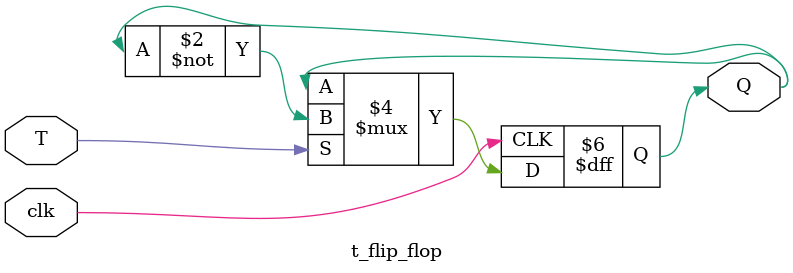
<source format=v>
module t_flip_flop (input T, clk, output reg Q);
    always @(posedge clk)
    begin
        if (T)
            Q <= ~Q;   // Toggle when T = 1
        else
            Q <= Q;    // Hold previous state when T = 0
    end
endmodule
</source>
